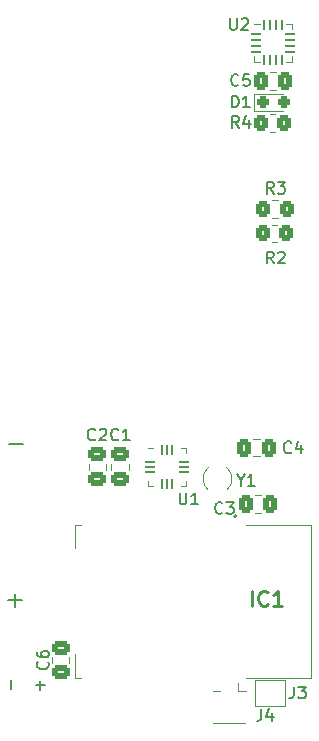
<source format=gto>
G04 #@! TF.GenerationSoftware,KiCad,Pcbnew,8.0.2-8.0.2-0~ubuntu22.04.1*
G04 #@! TF.CreationDate,2024-05-31T22:19:47-06:00*
G04 #@! TF.ProjectId,sensor_sigfox_1.1,73656e73-6f72-45f7-9369-67666f785f31,rev?*
G04 #@! TF.SameCoordinates,Original*
G04 #@! TF.FileFunction,Legend,Top*
G04 #@! TF.FilePolarity,Positive*
%FSLAX46Y46*%
G04 Gerber Fmt 4.6, Leading zero omitted, Abs format (unit mm)*
G04 Created by KiCad (PCBNEW 8.0.2-8.0.2-0~ubuntu22.04.1) date 2024-05-31 22:19:47*
%MOMM*%
%LPD*%
G01*
G04 APERTURE LIST*
G04 Aperture macros list*
%AMRoundRect*
0 Rectangle with rounded corners*
0 $1 Rounding radius*
0 $2 $3 $4 $5 $6 $7 $8 $9 X,Y pos of 4 corners*
0 Add a 4 corners polygon primitive as box body*
4,1,4,$2,$3,$4,$5,$6,$7,$8,$9,$2,$3,0*
0 Add four circle primitives for the rounded corners*
1,1,$1+$1,$2,$3*
1,1,$1+$1,$4,$5*
1,1,$1+$1,$6,$7*
1,1,$1+$1,$8,$9*
0 Add four rect primitives between the rounded corners*
20,1,$1+$1,$2,$3,$4,$5,0*
20,1,$1+$1,$4,$5,$6,$7,0*
20,1,$1+$1,$6,$7,$8,$9,0*
20,1,$1+$1,$8,$9,$2,$3,0*%
%AMFreePoly0*
4,1,14,0.334644,0.085355,0.385355,0.034644,0.400000,-0.000711,0.400000,-0.050000,0.385355,-0.085355,0.350000,-0.100000,-0.350000,-0.100000,-0.385355,-0.085355,-0.400000,-0.050000,-0.400000,0.050000,-0.385355,0.085355,-0.350000,0.100000,0.299289,0.100000,0.334644,0.085355,0.334644,0.085355,$1*%
%AMFreePoly1*
4,1,14,0.385355,0.085355,0.400000,0.050000,0.400000,0.000711,0.385355,-0.034644,0.334644,-0.085355,0.299289,-0.100000,-0.350000,-0.100000,-0.385355,-0.085355,-0.400000,-0.050000,-0.400000,0.050000,-0.385355,0.085355,-0.350000,0.100000,0.350000,0.100000,0.385355,0.085355,0.385355,0.085355,$1*%
%AMFreePoly2*
4,1,14,0.085355,0.385355,0.100000,0.350000,0.100000,-0.350000,0.085355,-0.385355,0.050000,-0.400000,-0.050000,-0.400000,-0.085355,-0.385355,-0.100000,-0.350000,-0.100000,0.299289,-0.085355,0.334644,-0.034644,0.385355,0.000711,0.400000,0.050000,0.400000,0.085355,0.385355,0.085355,0.385355,$1*%
%AMFreePoly3*
4,1,14,0.034644,0.385355,0.085355,0.334644,0.100000,0.299289,0.100000,-0.350000,0.085355,-0.385355,0.050000,-0.400000,-0.050000,-0.400000,-0.085355,-0.385355,-0.100000,-0.350000,-0.100000,0.350000,-0.085355,0.385355,-0.050000,0.400000,-0.000711,0.400000,0.034644,0.385355,0.034644,0.385355,$1*%
%AMFreePoly4*
4,1,14,0.385355,0.085355,0.400000,0.050000,0.400000,-0.050000,0.385355,-0.085355,0.350000,-0.100000,-0.299289,-0.100000,-0.334644,-0.085355,-0.385355,-0.034644,-0.400000,0.000711,-0.400000,0.050000,-0.385355,0.085355,-0.350000,0.100000,0.350000,0.100000,0.385355,0.085355,0.385355,0.085355,$1*%
%AMFreePoly5*
4,1,14,0.385355,0.085355,0.400000,0.050000,0.400000,-0.050000,0.385355,-0.085355,0.350000,-0.100000,-0.350000,-0.100000,-0.385355,-0.085355,-0.400000,-0.050000,-0.400000,-0.000711,-0.385355,0.034644,-0.334644,0.085355,-0.299289,0.100000,0.350000,0.100000,0.385355,0.085355,0.385355,0.085355,$1*%
%AMFreePoly6*
4,1,14,0.085355,0.385355,0.100000,0.350000,0.100000,-0.299289,0.085355,-0.334644,0.034644,-0.385355,-0.000711,-0.400000,-0.050000,-0.400000,-0.085355,-0.385355,-0.100000,-0.350000,-0.100000,0.350000,-0.085355,0.385355,-0.050000,0.400000,0.050000,0.400000,0.085355,0.385355,0.085355,0.385355,$1*%
%AMFreePoly7*
4,1,14,0.085355,0.385355,0.100000,0.350000,0.100000,-0.350000,0.085355,-0.385355,0.050000,-0.400000,0.000711,-0.400000,-0.034644,-0.385355,-0.085355,-0.334644,-0.100000,-0.299289,-0.100000,0.350000,-0.085355,0.385355,-0.050000,0.400000,0.050000,0.400000,0.085355,0.385355,0.085355,0.385355,$1*%
G04 Aperture macros list end*
%ADD10C,0.150000*%
%ADD11C,0.254000*%
%ADD12C,0.120000*%
%ADD13C,0.100000*%
%ADD14C,0.200000*%
%ADD15C,1.000000*%
%ADD16C,1.800000*%
%ADD17RoundRect,0.250000X-0.475000X0.337500X-0.475000X-0.337500X0.475000X-0.337500X0.475000X0.337500X0*%
%ADD18RoundRect,0.062500X-0.350000X-0.062500X0.350000X-0.062500X0.350000X0.062500X-0.350000X0.062500X0*%
%ADD19RoundRect,0.062500X-0.062500X-0.350000X0.062500X-0.350000X0.062500X0.350000X-0.062500X0.350000X0*%
%ADD20R,1.700000X1.700000*%
%ADD21RoundRect,0.250000X0.350000X0.450000X-0.350000X0.450000X-0.350000X-0.450000X0.350000X-0.450000X0*%
%ADD22RoundRect,0.250000X-0.337500X-0.475000X0.337500X-0.475000X0.337500X0.475000X-0.337500X0.475000X0*%
%ADD23RoundRect,0.250000X0.337500X0.475000X-0.337500X0.475000X-0.337500X-0.475000X0.337500X-0.475000X0*%
%ADD24RoundRect,0.250000X-0.350000X-0.450000X0.350000X-0.450000X0.350000X0.450000X-0.350000X0.450000X0*%
%ADD25R,0.700000X1.000000*%
%ADD26R,1.000000X0.700000*%
%ADD27R,1.000000X1.050000*%
%ADD28R,1.050000X2.200000*%
%ADD29RoundRect,0.237500X-0.287500X-0.237500X0.287500X-0.237500X0.287500X0.237500X-0.287500X0.237500X0*%
%ADD30R,2.000000X2.000000*%
%ADD31C,2.000000*%
%ADD32FreePoly0,0.000000*%
%ADD33RoundRect,0.050000X-0.350000X-0.050000X0.350000X-0.050000X0.350000X0.050000X-0.350000X0.050000X0*%
%ADD34FreePoly1,0.000000*%
%ADD35FreePoly2,0.000000*%
%ADD36RoundRect,0.050000X-0.050000X-0.350000X0.050000X-0.350000X0.050000X0.350000X-0.050000X0.350000X0*%
%ADD37FreePoly3,0.000000*%
%ADD38FreePoly4,0.000000*%
%ADD39FreePoly5,0.000000*%
%ADD40FreePoly6,0.000000*%
%ADD41FreePoly7,0.000000*%
%ADD42O,1.700000X1.700000*%
G04 APERTURE END LIST*
D10*
X115537866Y-93040220D02*
X115537866Y-92278316D01*
X118015866Y-93113220D02*
X118015866Y-92351316D01*
X118396819Y-92732268D02*
X117634914Y-92732268D01*
X134957809Y-75337628D02*
X134957809Y-75813819D01*
X134624476Y-74813819D02*
X134957809Y-75337628D01*
X134957809Y-75337628D02*
X135291142Y-74813819D01*
X136148285Y-75813819D02*
X135576857Y-75813819D01*
X135862571Y-75813819D02*
X135862571Y-74813819D01*
X135862571Y-74813819D02*
X135767333Y-74956676D01*
X135767333Y-74956676D02*
X135672095Y-75051914D01*
X135672095Y-75051914D02*
X135576857Y-75099533D01*
X139478666Y-92834819D02*
X139478666Y-93549104D01*
X139478666Y-93549104D02*
X139431047Y-93691961D01*
X139431047Y-93691961D02*
X139335809Y-93787200D01*
X139335809Y-93787200D02*
X139192952Y-93834819D01*
X139192952Y-93834819D02*
X139097714Y-93834819D01*
X139859619Y-92834819D02*
X140478666Y-92834819D01*
X140478666Y-92834819D02*
X140145333Y-93215771D01*
X140145333Y-93215771D02*
X140288190Y-93215771D01*
X140288190Y-93215771D02*
X140383428Y-93263390D01*
X140383428Y-93263390D02*
X140431047Y-93311009D01*
X140431047Y-93311009D02*
X140478666Y-93406247D01*
X140478666Y-93406247D02*
X140478666Y-93644342D01*
X140478666Y-93644342D02*
X140431047Y-93739580D01*
X140431047Y-93739580D02*
X140383428Y-93787200D01*
X140383428Y-93787200D02*
X140288190Y-93834819D01*
X140288190Y-93834819D02*
X140002476Y-93834819D01*
X140002476Y-93834819D02*
X139907238Y-93787200D01*
X139907238Y-93787200D02*
X139859619Y-93739580D01*
X124599333Y-71904580D02*
X124551714Y-71952200D01*
X124551714Y-71952200D02*
X124408857Y-71999819D01*
X124408857Y-71999819D02*
X124313619Y-71999819D01*
X124313619Y-71999819D02*
X124170762Y-71952200D01*
X124170762Y-71952200D02*
X124075524Y-71856961D01*
X124075524Y-71856961D02*
X124027905Y-71761723D01*
X124027905Y-71761723D02*
X123980286Y-71571247D01*
X123980286Y-71571247D02*
X123980286Y-71428390D01*
X123980286Y-71428390D02*
X124027905Y-71237914D01*
X124027905Y-71237914D02*
X124075524Y-71142676D01*
X124075524Y-71142676D02*
X124170762Y-71047438D01*
X124170762Y-71047438D02*
X124313619Y-70999819D01*
X124313619Y-70999819D02*
X124408857Y-70999819D01*
X124408857Y-70999819D02*
X124551714Y-71047438D01*
X124551714Y-71047438D02*
X124599333Y-71095057D01*
X125551714Y-71999819D02*
X124980286Y-71999819D01*
X125266000Y-71999819D02*
X125266000Y-70999819D01*
X125266000Y-70999819D02*
X125170762Y-71142676D01*
X125170762Y-71142676D02*
X125075524Y-71237914D01*
X125075524Y-71237914D02*
X124980286Y-71285533D01*
X134055095Y-36224819D02*
X134055095Y-37034342D01*
X134055095Y-37034342D02*
X134102714Y-37129580D01*
X134102714Y-37129580D02*
X134150333Y-37177200D01*
X134150333Y-37177200D02*
X134245571Y-37224819D01*
X134245571Y-37224819D02*
X134436047Y-37224819D01*
X134436047Y-37224819D02*
X134531285Y-37177200D01*
X134531285Y-37177200D02*
X134578904Y-37129580D01*
X134578904Y-37129580D02*
X134626523Y-37034342D01*
X134626523Y-37034342D02*
X134626523Y-36224819D01*
X135055095Y-36320057D02*
X135102714Y-36272438D01*
X135102714Y-36272438D02*
X135197952Y-36224819D01*
X135197952Y-36224819D02*
X135436047Y-36224819D01*
X135436047Y-36224819D02*
X135531285Y-36272438D01*
X135531285Y-36272438D02*
X135578904Y-36320057D01*
X135578904Y-36320057D02*
X135626523Y-36415295D01*
X135626523Y-36415295D02*
X135626523Y-36510533D01*
X135626523Y-36510533D02*
X135578904Y-36653390D01*
X135578904Y-36653390D02*
X135007476Y-37224819D01*
X135007476Y-37224819D02*
X135626523Y-37224819D01*
X122641333Y-71904080D02*
X122593714Y-71951700D01*
X122593714Y-71951700D02*
X122450857Y-71999319D01*
X122450857Y-71999319D02*
X122355619Y-71999319D01*
X122355619Y-71999319D02*
X122212762Y-71951700D01*
X122212762Y-71951700D02*
X122117524Y-71856461D01*
X122117524Y-71856461D02*
X122069905Y-71761223D01*
X122069905Y-71761223D02*
X122022286Y-71570747D01*
X122022286Y-71570747D02*
X122022286Y-71427890D01*
X122022286Y-71427890D02*
X122069905Y-71237414D01*
X122069905Y-71237414D02*
X122117524Y-71142176D01*
X122117524Y-71142176D02*
X122212762Y-71046938D01*
X122212762Y-71046938D02*
X122355619Y-70999319D01*
X122355619Y-70999319D02*
X122450857Y-70999319D01*
X122450857Y-70999319D02*
X122593714Y-71046938D01*
X122593714Y-71046938D02*
X122641333Y-71094557D01*
X123022286Y-71094557D02*
X123069905Y-71046938D01*
X123069905Y-71046938D02*
X123165143Y-70999319D01*
X123165143Y-70999319D02*
X123403238Y-70999319D01*
X123403238Y-70999319D02*
X123498476Y-71046938D01*
X123498476Y-71046938D02*
X123546095Y-71094557D01*
X123546095Y-71094557D02*
X123593714Y-71189795D01*
X123593714Y-71189795D02*
X123593714Y-71285033D01*
X123593714Y-71285033D02*
X123546095Y-71427890D01*
X123546095Y-71427890D02*
X122974667Y-71999319D01*
X122974667Y-71999319D02*
X123593714Y-71999319D01*
X137750333Y-57002819D02*
X137417000Y-56526628D01*
X137178905Y-57002819D02*
X137178905Y-56002819D01*
X137178905Y-56002819D02*
X137559857Y-56002819D01*
X137559857Y-56002819D02*
X137655095Y-56050438D01*
X137655095Y-56050438D02*
X137702714Y-56098057D01*
X137702714Y-56098057D02*
X137750333Y-56193295D01*
X137750333Y-56193295D02*
X137750333Y-56336152D01*
X137750333Y-56336152D02*
X137702714Y-56431390D01*
X137702714Y-56431390D02*
X137655095Y-56479009D01*
X137655095Y-56479009D02*
X137559857Y-56526628D01*
X137559857Y-56526628D02*
X137178905Y-56526628D01*
X138131286Y-56098057D02*
X138178905Y-56050438D01*
X138178905Y-56050438D02*
X138274143Y-56002819D01*
X138274143Y-56002819D02*
X138512238Y-56002819D01*
X138512238Y-56002819D02*
X138607476Y-56050438D01*
X138607476Y-56050438D02*
X138655095Y-56098057D01*
X138655095Y-56098057D02*
X138702714Y-56193295D01*
X138702714Y-56193295D02*
X138702714Y-56288533D01*
X138702714Y-56288533D02*
X138655095Y-56431390D01*
X138655095Y-56431390D02*
X138083667Y-57002819D01*
X138083667Y-57002819D02*
X138702714Y-57002819D01*
X134779333Y-41884580D02*
X134731714Y-41932200D01*
X134731714Y-41932200D02*
X134588857Y-41979819D01*
X134588857Y-41979819D02*
X134493619Y-41979819D01*
X134493619Y-41979819D02*
X134350762Y-41932200D01*
X134350762Y-41932200D02*
X134255524Y-41836961D01*
X134255524Y-41836961D02*
X134207905Y-41741723D01*
X134207905Y-41741723D02*
X134160286Y-41551247D01*
X134160286Y-41551247D02*
X134160286Y-41408390D01*
X134160286Y-41408390D02*
X134207905Y-41217914D01*
X134207905Y-41217914D02*
X134255524Y-41122676D01*
X134255524Y-41122676D02*
X134350762Y-41027438D01*
X134350762Y-41027438D02*
X134493619Y-40979819D01*
X134493619Y-40979819D02*
X134588857Y-40979819D01*
X134588857Y-40979819D02*
X134731714Y-41027438D01*
X134731714Y-41027438D02*
X134779333Y-41075057D01*
X135684095Y-40979819D02*
X135207905Y-40979819D01*
X135207905Y-40979819D02*
X135160286Y-41456009D01*
X135160286Y-41456009D02*
X135207905Y-41408390D01*
X135207905Y-41408390D02*
X135303143Y-41360771D01*
X135303143Y-41360771D02*
X135541238Y-41360771D01*
X135541238Y-41360771D02*
X135636476Y-41408390D01*
X135636476Y-41408390D02*
X135684095Y-41456009D01*
X135684095Y-41456009D02*
X135731714Y-41551247D01*
X135731714Y-41551247D02*
X135731714Y-41789342D01*
X135731714Y-41789342D02*
X135684095Y-41884580D01*
X135684095Y-41884580D02*
X135636476Y-41932200D01*
X135636476Y-41932200D02*
X135541238Y-41979819D01*
X135541238Y-41979819D02*
X135303143Y-41979819D01*
X135303143Y-41979819D02*
X135207905Y-41932200D01*
X135207905Y-41932200D02*
X135160286Y-41884580D01*
X139230333Y-72983580D02*
X139182714Y-73031200D01*
X139182714Y-73031200D02*
X139039857Y-73078819D01*
X139039857Y-73078819D02*
X138944619Y-73078819D01*
X138944619Y-73078819D02*
X138801762Y-73031200D01*
X138801762Y-73031200D02*
X138706524Y-72935961D01*
X138706524Y-72935961D02*
X138658905Y-72840723D01*
X138658905Y-72840723D02*
X138611286Y-72650247D01*
X138611286Y-72650247D02*
X138611286Y-72507390D01*
X138611286Y-72507390D02*
X138658905Y-72316914D01*
X138658905Y-72316914D02*
X138706524Y-72221676D01*
X138706524Y-72221676D02*
X138801762Y-72126438D01*
X138801762Y-72126438D02*
X138944619Y-72078819D01*
X138944619Y-72078819D02*
X139039857Y-72078819D01*
X139039857Y-72078819D02*
X139182714Y-72126438D01*
X139182714Y-72126438D02*
X139230333Y-72174057D01*
X140087476Y-72412152D02*
X140087476Y-73078819D01*
X139849381Y-72031200D02*
X139611286Y-72745485D01*
X139611286Y-72745485D02*
X140230333Y-72745485D01*
X133414333Y-78113580D02*
X133366714Y-78161200D01*
X133366714Y-78161200D02*
X133223857Y-78208819D01*
X133223857Y-78208819D02*
X133128619Y-78208819D01*
X133128619Y-78208819D02*
X132985762Y-78161200D01*
X132985762Y-78161200D02*
X132890524Y-78065961D01*
X132890524Y-78065961D02*
X132842905Y-77970723D01*
X132842905Y-77970723D02*
X132795286Y-77780247D01*
X132795286Y-77780247D02*
X132795286Y-77637390D01*
X132795286Y-77637390D02*
X132842905Y-77446914D01*
X132842905Y-77446914D02*
X132890524Y-77351676D01*
X132890524Y-77351676D02*
X132985762Y-77256438D01*
X132985762Y-77256438D02*
X133128619Y-77208819D01*
X133128619Y-77208819D02*
X133223857Y-77208819D01*
X133223857Y-77208819D02*
X133366714Y-77256438D01*
X133366714Y-77256438D02*
X133414333Y-77304057D01*
X133747667Y-77208819D02*
X134366714Y-77208819D01*
X134366714Y-77208819D02*
X134033381Y-77589771D01*
X134033381Y-77589771D02*
X134176238Y-77589771D01*
X134176238Y-77589771D02*
X134271476Y-77637390D01*
X134271476Y-77637390D02*
X134319095Y-77685009D01*
X134319095Y-77685009D02*
X134366714Y-77780247D01*
X134366714Y-77780247D02*
X134366714Y-78018342D01*
X134366714Y-78018342D02*
X134319095Y-78113580D01*
X134319095Y-78113580D02*
X134271476Y-78161200D01*
X134271476Y-78161200D02*
X134176238Y-78208819D01*
X134176238Y-78208819D02*
X133890524Y-78208819D01*
X133890524Y-78208819D02*
X133795286Y-78161200D01*
X133795286Y-78161200D02*
X133747667Y-78113580D01*
X134819333Y-45518819D02*
X134486000Y-45042628D01*
X134247905Y-45518819D02*
X134247905Y-44518819D01*
X134247905Y-44518819D02*
X134628857Y-44518819D01*
X134628857Y-44518819D02*
X134724095Y-44566438D01*
X134724095Y-44566438D02*
X134771714Y-44614057D01*
X134771714Y-44614057D02*
X134819333Y-44709295D01*
X134819333Y-44709295D02*
X134819333Y-44852152D01*
X134819333Y-44852152D02*
X134771714Y-44947390D01*
X134771714Y-44947390D02*
X134724095Y-44995009D01*
X134724095Y-44995009D02*
X134628857Y-45042628D01*
X134628857Y-45042628D02*
X134247905Y-45042628D01*
X135676476Y-44852152D02*
X135676476Y-45518819D01*
X135438381Y-44471200D02*
X135200286Y-45185485D01*
X135200286Y-45185485D02*
X135819333Y-45185485D01*
X118614580Y-90735166D02*
X118662200Y-90782785D01*
X118662200Y-90782785D02*
X118709819Y-90925642D01*
X118709819Y-90925642D02*
X118709819Y-91020880D01*
X118709819Y-91020880D02*
X118662200Y-91163737D01*
X118662200Y-91163737D02*
X118566961Y-91258975D01*
X118566961Y-91258975D02*
X118471723Y-91306594D01*
X118471723Y-91306594D02*
X118281247Y-91354213D01*
X118281247Y-91354213D02*
X118138390Y-91354213D01*
X118138390Y-91354213D02*
X117947914Y-91306594D01*
X117947914Y-91306594D02*
X117852676Y-91258975D01*
X117852676Y-91258975D02*
X117757438Y-91163737D01*
X117757438Y-91163737D02*
X117709819Y-91020880D01*
X117709819Y-91020880D02*
X117709819Y-90925642D01*
X117709819Y-90925642D02*
X117757438Y-90782785D01*
X117757438Y-90782785D02*
X117805057Y-90735166D01*
X117709819Y-89878023D02*
X117709819Y-90068499D01*
X117709819Y-90068499D02*
X117757438Y-90163737D01*
X117757438Y-90163737D02*
X117805057Y-90211356D01*
X117805057Y-90211356D02*
X117947914Y-90306594D01*
X117947914Y-90306594D02*
X118138390Y-90354213D01*
X118138390Y-90354213D02*
X118519342Y-90354213D01*
X118519342Y-90354213D02*
X118614580Y-90306594D01*
X118614580Y-90306594D02*
X118662200Y-90258975D01*
X118662200Y-90258975D02*
X118709819Y-90163737D01*
X118709819Y-90163737D02*
X118709819Y-89973261D01*
X118709819Y-89973261D02*
X118662200Y-89878023D01*
X118662200Y-89878023D02*
X118614580Y-89830404D01*
X118614580Y-89830404D02*
X118519342Y-89782785D01*
X118519342Y-89782785D02*
X118281247Y-89782785D01*
X118281247Y-89782785D02*
X118186009Y-89830404D01*
X118186009Y-89830404D02*
X118138390Y-89878023D01*
X118138390Y-89878023D02*
X118090771Y-89973261D01*
X118090771Y-89973261D02*
X118090771Y-90163737D01*
X118090771Y-90163737D02*
X118138390Y-90258975D01*
X118138390Y-90258975D02*
X118186009Y-90306594D01*
X118186009Y-90306594D02*
X118281247Y-90354213D01*
D11*
X135927237Y-86001318D02*
X135927237Y-84731318D01*
X137257714Y-85880365D02*
X137197238Y-85940842D01*
X137197238Y-85940842D02*
X137015809Y-86001318D01*
X137015809Y-86001318D02*
X136894857Y-86001318D01*
X136894857Y-86001318D02*
X136713428Y-85940842D01*
X136713428Y-85940842D02*
X136592476Y-85819889D01*
X136592476Y-85819889D02*
X136531999Y-85698937D01*
X136531999Y-85698937D02*
X136471523Y-85457032D01*
X136471523Y-85457032D02*
X136471523Y-85275603D01*
X136471523Y-85275603D02*
X136531999Y-85033699D01*
X136531999Y-85033699D02*
X136592476Y-84912746D01*
X136592476Y-84912746D02*
X136713428Y-84791794D01*
X136713428Y-84791794D02*
X136894857Y-84731318D01*
X136894857Y-84731318D02*
X137015809Y-84731318D01*
X137015809Y-84731318D02*
X137197238Y-84791794D01*
X137197238Y-84791794D02*
X137257714Y-84852270D01*
X138467238Y-86001318D02*
X137741523Y-86001318D01*
X138104380Y-86001318D02*
X138104380Y-84731318D01*
X138104380Y-84731318D02*
X137983428Y-84912746D01*
X137983428Y-84912746D02*
X137862476Y-85033699D01*
X137862476Y-85033699D02*
X137741523Y-85094175D01*
D10*
X136720666Y-94709819D02*
X136720666Y-95424104D01*
X136720666Y-95424104D02*
X136673047Y-95566961D01*
X136673047Y-95566961D02*
X136577809Y-95662200D01*
X136577809Y-95662200D02*
X136434952Y-95709819D01*
X136434952Y-95709819D02*
X136339714Y-95709819D01*
X137625428Y-95043152D02*
X137625428Y-95709819D01*
X137387333Y-94662200D02*
X137149238Y-95376485D01*
X137149238Y-95376485D02*
X137768285Y-95376485D01*
X134218905Y-43804819D02*
X134218905Y-42804819D01*
X134218905Y-42804819D02*
X134457000Y-42804819D01*
X134457000Y-42804819D02*
X134599857Y-42852438D01*
X134599857Y-42852438D02*
X134695095Y-42947676D01*
X134695095Y-42947676D02*
X134742714Y-43042914D01*
X134742714Y-43042914D02*
X134790333Y-43233390D01*
X134790333Y-43233390D02*
X134790333Y-43376247D01*
X134790333Y-43376247D02*
X134742714Y-43566723D01*
X134742714Y-43566723D02*
X134695095Y-43661961D01*
X134695095Y-43661961D02*
X134599857Y-43757200D01*
X134599857Y-43757200D02*
X134457000Y-43804819D01*
X134457000Y-43804819D02*
X134218905Y-43804819D01*
X135742714Y-43804819D02*
X135171286Y-43804819D01*
X135457000Y-43804819D02*
X135457000Y-42804819D01*
X135457000Y-42804819D02*
X135361762Y-42947676D01*
X135361762Y-42947676D02*
X135266524Y-43042914D01*
X135266524Y-43042914D02*
X135171286Y-43090533D01*
X115369571Y-72335700D02*
X116512429Y-72335700D01*
X115305571Y-85536700D02*
X116448429Y-85536700D01*
X115877000Y-86108128D02*
X115877000Y-84965271D01*
X137749333Y-51099819D02*
X137416000Y-50623628D01*
X137177905Y-51099819D02*
X137177905Y-50099819D01*
X137177905Y-50099819D02*
X137558857Y-50099819D01*
X137558857Y-50099819D02*
X137654095Y-50147438D01*
X137654095Y-50147438D02*
X137701714Y-50195057D01*
X137701714Y-50195057D02*
X137749333Y-50290295D01*
X137749333Y-50290295D02*
X137749333Y-50433152D01*
X137749333Y-50433152D02*
X137701714Y-50528390D01*
X137701714Y-50528390D02*
X137654095Y-50576009D01*
X137654095Y-50576009D02*
X137558857Y-50623628D01*
X137558857Y-50623628D02*
X137177905Y-50623628D01*
X138082667Y-50099819D02*
X138701714Y-50099819D01*
X138701714Y-50099819D02*
X138368381Y-50480771D01*
X138368381Y-50480771D02*
X138511238Y-50480771D01*
X138511238Y-50480771D02*
X138606476Y-50528390D01*
X138606476Y-50528390D02*
X138654095Y-50576009D01*
X138654095Y-50576009D02*
X138701714Y-50671247D01*
X138701714Y-50671247D02*
X138701714Y-50909342D01*
X138701714Y-50909342D02*
X138654095Y-51004580D01*
X138654095Y-51004580D02*
X138606476Y-51052200D01*
X138606476Y-51052200D02*
X138511238Y-51099819D01*
X138511238Y-51099819D02*
X138225524Y-51099819D01*
X138225524Y-51099819D02*
X138130286Y-51052200D01*
X138130286Y-51052200D02*
X138082667Y-51004580D01*
X129794095Y-76411819D02*
X129794095Y-77221342D01*
X129794095Y-77221342D02*
X129841714Y-77316580D01*
X129841714Y-77316580D02*
X129889333Y-77364200D01*
X129889333Y-77364200D02*
X129984571Y-77411819D01*
X129984571Y-77411819D02*
X130175047Y-77411819D01*
X130175047Y-77411819D02*
X130270285Y-77364200D01*
X130270285Y-77364200D02*
X130317904Y-77316580D01*
X130317904Y-77316580D02*
X130365523Y-77221342D01*
X130365523Y-77221342D02*
X130365523Y-76411819D01*
X131365523Y-77411819D02*
X130794095Y-77411819D01*
X131079809Y-77411819D02*
X131079809Y-76411819D01*
X131079809Y-76411819D02*
X130984571Y-76554676D01*
X130984571Y-76554676D02*
X130889333Y-76649914D01*
X130889333Y-76649914D02*
X130794095Y-76697533D01*
D12*
X132222719Y-76196000D02*
G75*
G02*
X132222186Y-74296439I781281J950000D01*
G01*
X133785814Y-74296439D02*
G75*
G02*
X133785281Y-76196000I-781814J-949561D01*
G01*
X136156000Y-92300000D02*
X136156000Y-94000000D01*
X136156000Y-94000000D02*
X136156000Y-94500000D01*
X136156000Y-94500000D02*
X138756000Y-94500000D01*
X138756000Y-92300000D02*
X136156000Y-92300000D01*
X138756000Y-94500000D02*
X138756000Y-92300000D01*
X124001000Y-73961248D02*
X124001000Y-74483752D01*
X125471000Y-73961248D02*
X125471000Y-74483752D01*
X136090000Y-39933000D02*
X136090000Y-39458000D01*
X136565000Y-36713000D02*
X136090000Y-36713000D01*
X136565000Y-39933000D02*
X136090000Y-39933000D01*
X138835000Y-36713000D02*
X139310000Y-36713000D01*
X138835000Y-39933000D02*
X139310000Y-39933000D01*
X139310000Y-36713000D02*
X139310000Y-37188000D01*
X139310000Y-39933000D02*
X139310000Y-39458000D01*
X122104000Y-73961748D02*
X122104000Y-74484252D01*
X123574000Y-73961748D02*
X123574000Y-74484252D01*
X138062064Y-53714000D02*
X137607936Y-53714000D01*
X138062064Y-55184000D02*
X137607936Y-55184000D01*
X137423248Y-40832000D02*
X137945752Y-40832000D01*
X137423248Y-42302000D02*
X137945752Y-42302000D01*
X136570752Y-71874000D02*
X136048248Y-71874000D01*
X136570752Y-73344000D02*
X136048248Y-73344000D01*
X136701752Y-76640000D02*
X136179248Y-76640000D01*
X136701752Y-78110000D02*
X136179248Y-78110000D01*
X137437936Y-44371000D02*
X137892064Y-44371000D01*
X137437936Y-45841000D02*
X137892064Y-45841000D01*
X118996000Y-90312748D02*
X118996000Y-90835252D01*
X120466000Y-90312748D02*
X120466000Y-90835252D01*
D13*
X120903000Y-79114000D02*
X121403000Y-79114000D01*
X120903000Y-81114000D02*
X120903000Y-79114000D01*
X120903000Y-90114000D02*
X120903000Y-92114000D01*
X120903000Y-92114000D02*
X121403000Y-92114000D01*
D14*
X134403000Y-78414000D02*
X134403000Y-78414000D01*
X134603000Y-78414000D02*
X134603000Y-78414000D01*
D13*
X135403000Y-79114000D02*
X140903000Y-79114000D01*
X140903000Y-79114000D02*
X140903000Y-92114000D01*
X140903000Y-92114000D02*
X135403000Y-92114000D01*
D14*
X134403000Y-78414000D02*
G75*
G02*
X134603000Y-78414000I100000J0D01*
G01*
X134603000Y-78414000D02*
G75*
G02*
X134403000Y-78414000I-100000J0D01*
G01*
D12*
X132592000Y-93168000D02*
X133232000Y-93168000D01*
X134752000Y-93168000D02*
X134752000Y-92538000D01*
X135342000Y-95888000D02*
X132642000Y-95888000D01*
X135392000Y-93168000D02*
X134752000Y-93168000D01*
X136061000Y-42640000D02*
X136061000Y-44110000D01*
X136061000Y-44110000D02*
X138521000Y-44110000D01*
X138521000Y-42640000D02*
X136061000Y-42640000D01*
X138084064Y-51681000D02*
X137629936Y-51681000D01*
X138084064Y-53151000D02*
X137629936Y-53151000D01*
X127125000Y-75871000D02*
X127125000Y-75421000D01*
X127575000Y-72651000D02*
X127125000Y-72651000D01*
X127575000Y-75871000D02*
X127125000Y-75871000D01*
X129895000Y-72651000D02*
X130345000Y-72651000D01*
X129895000Y-75871000D02*
X130345000Y-75871000D01*
X130345000Y-72651000D02*
X130345000Y-73101000D01*
X130345000Y-75871000D02*
X130345000Y-75421000D01*
%LPC*%
D15*
X133004000Y-76196000D03*
X133004000Y-74296000D03*
D16*
X137456000Y-93400000D03*
D17*
X124736000Y-73185000D03*
X124736000Y-75260000D03*
D18*
X136237500Y-37573000D03*
X136237500Y-38073000D03*
X136237500Y-38573000D03*
X136237500Y-39073000D03*
D19*
X136950000Y-39785500D03*
X137450000Y-39785500D03*
X137950000Y-39785500D03*
X138450000Y-39785500D03*
D18*
X139162500Y-39073000D03*
X139162500Y-38573000D03*
X139162500Y-38073000D03*
X139162500Y-37573000D03*
D19*
X138450000Y-36860500D03*
X137950000Y-36860500D03*
X137450000Y-36860500D03*
X136950000Y-36860500D03*
D20*
X137700000Y-38323000D03*
D17*
X122839000Y-73185500D03*
X122839000Y-75260500D03*
D21*
X138835000Y-54449000D03*
X136835000Y-54449000D03*
D22*
X136647000Y-41567000D03*
X138722000Y-41567000D03*
D23*
X137347000Y-72609000D03*
X135272000Y-72609000D03*
X137478000Y-77375000D03*
X135403000Y-77375000D03*
D24*
X136665000Y-45106000D03*
X138665000Y-45106000D03*
D17*
X119731000Y-89536500D03*
X119731000Y-91611500D03*
D25*
X134453000Y-79754000D03*
X133353000Y-79754000D03*
X132253000Y-79754000D03*
X131153000Y-79754000D03*
X130053000Y-79754000D03*
X128953000Y-79754000D03*
X127853000Y-79754000D03*
X126753000Y-79754000D03*
X125653000Y-79754000D03*
X124553000Y-79754000D03*
X123453000Y-79754000D03*
X122353000Y-79754000D03*
D26*
X121543000Y-82314000D03*
X121543000Y-83414000D03*
X121543000Y-84514000D03*
X121543000Y-85614000D03*
X121543000Y-86714000D03*
X121543000Y-87814000D03*
X121543000Y-88914000D03*
D25*
X122353000Y-91474000D03*
X123453000Y-91474000D03*
X124553000Y-91474000D03*
X125653000Y-91474000D03*
X126753000Y-91474000D03*
X127853000Y-91474000D03*
X128953000Y-91474000D03*
X130053000Y-91474000D03*
X131153000Y-91474000D03*
X132253000Y-91474000D03*
X133353000Y-91474000D03*
X134453000Y-91474000D03*
D27*
X133992000Y-93003000D03*
D28*
X135467000Y-94528000D03*
X132517000Y-94528000D03*
D29*
X136846000Y-43375000D03*
X138596000Y-43375000D03*
D30*
X115883000Y-75001000D03*
D31*
X115883000Y-87701000D03*
D21*
X138857000Y-52416000D03*
X136857000Y-52416000D03*
D32*
X127285000Y-73461000D03*
D33*
X127285000Y-73861000D03*
X127285000Y-74261000D03*
X127285000Y-74661000D03*
D34*
X127285000Y-75061000D03*
D35*
X127935000Y-75711000D03*
D36*
X128335000Y-75711000D03*
X128735000Y-75711000D03*
X129135000Y-75711000D03*
D37*
X129535000Y-75711000D03*
D38*
X130185000Y-75061000D03*
D33*
X130185000Y-74661000D03*
X130185000Y-74261000D03*
X130185000Y-73861000D03*
D39*
X130185000Y-73461000D03*
D40*
X129535000Y-72811000D03*
D36*
X129135000Y-72811000D03*
X128735000Y-72811000D03*
X128335000Y-72811000D03*
D41*
X127935000Y-72811000D03*
D20*
X128735000Y-74261000D03*
X115488000Y-94262000D03*
D42*
X118028000Y-94262000D03*
X120568000Y-94262000D03*
X123108000Y-94262000D03*
X125648000Y-94262000D03*
X128188000Y-94262000D03*
X130728000Y-94262000D03*
%LPD*%
M02*

</source>
